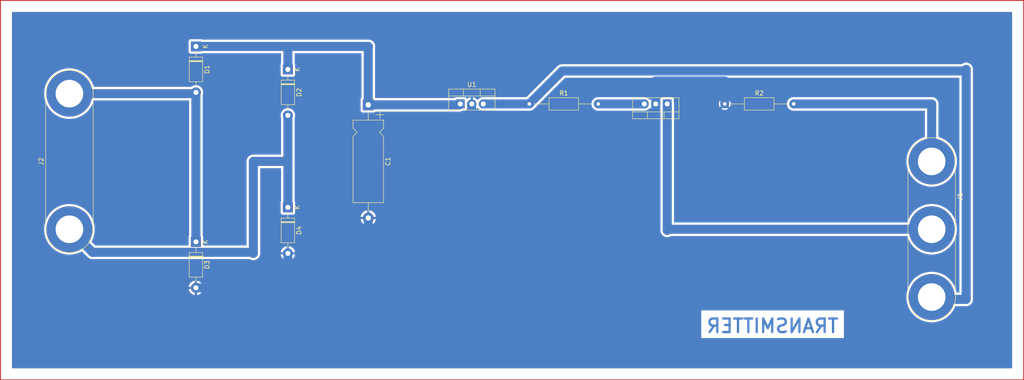
<source format=kicad_pcb>
(kicad_pcb (version 20221018) (generator pcbnew)
  (layers (0 "F.Cu" signal) (31 "B.Cu" signal) (34 "B.Paste" user) (35 "F.Paste" user) (36 "B.SilkS" user "B.Silkscreen") (37 "F.SilkS" user "F.Silkscreen") (38 "B.Mask" user) (39 "F.Mask" user) (44 "Edge.Cuts" user))
  (net 0 "")
  (net 1 "Net-(D1-K)")
  (net 2 "Net-(D1-A)")
  (net 3 "Net-(D2-A)")
  (net 4 "GND")
  (net 5 "Net-(J1-Pin_2)")
  (net 6 "Net-(Q1-S)")
  (net 7 "Net-(J1-Pin_3)")
  (net 8 "Net-(J1-Pin_1)")
  (footprint "Package_TO_SOT_THT:TO-220-3_Vertical" (layer "F.Cu") (at 116.84 101.6)
    (fp_text reference "U1" (at 2.54 -4.27) (layer "F.SilkS"))
    (fp_text value "LM7809_TO220")
    (fp_line (start -2.58 -3.27) (end -2.58 1.371) (stroke (width 0.12)) (layer "F.SilkS"))
    (fp_line (start -2.58 -3.27) (end 7.66 -3.27) (stroke (width 0.12)) (layer "F.SilkS"))
    (fp_line (start -2.58 -1.76) (end 7.66 -1.76) (stroke (width 0.12)) (layer "F.SilkS"))
    (fp_line (start -2.58 1.371) (end 7.66 1.371) (stroke (width 0.12)) (layer "F.SilkS"))
    (fp_line (start 0.69 -3.27) (end 0.69 -1.76) (stroke (width 0.12)) (layer "F.SilkS"))
    (fp_line (start 4.391 -3.27) (end 4.391 -1.76) (stroke (width 0.12)) (layer "F.SilkS"))
    (fp_line (start 7.66 -3.27) (end 7.66 1.371) (stroke (width 0.12)) (layer "F.SilkS"))
    (pad "1" thru_hole rect (at 0 0) (size 1.905 2) (drill 1.1) (layers "*.Cu" "*.Mask") (net 1 "Net-(D1-K)"))
    (pad "2" thru_hole oval (at 2.54 0) (size 1.905 2) (drill 1.1) (layers "*.Cu" "*.Mask") (net 4 "GND"))
    (pad "3" thru_hole oval (at 5.08 0) (size 1.905 2) (drill 1.1) (layers "*.Cu" "*.Mask") (net 7 "Net-(J1-Pin_3)"))
  )
  (footprint "Diode_THT:D_DO-41_SOD81_P10.16mm_Horizontal" (layer "F.Cu") (at 58.42 132.08 -90)
    (fp_text reference "D3" (at 5.08 -2.47 90) (layer "F.SilkS"))
    (fp_text value "1N47xxA")
    (fp_text user "K" (at 0 -2.1 90) (layer "F.SilkS"))
    (fp_line (start 1.34 0) (end 2.36 0) (stroke (width 0.12)) (layer "F.SilkS"))
    (fp_line (start 2.36 -1.47) (end 2.36 1.47) (stroke (width 0.12)) (layer "F.SilkS"))
    (fp_line (start 2.36 1.47) (end 7.8 1.47) (stroke (width 0.12)) (layer "F.SilkS"))
    (fp_line (start 3.14 -1.47) (end 3.14 1.47) (stroke (width 0.12)) (layer "F.SilkS"))
    (fp_line (start 3.26 -1.47) (end 3.26 1.47) (stroke (width 0.12)) (layer "F.SilkS"))
    (fp_line (start 3.38 -1.47) (end 3.38 1.47) (stroke (width 0.12)) (layer "F.SilkS"))
    (fp_line (start 7.8 -1.47) (end 2.36 -1.47) (stroke (width 0.12)) (layer "F.SilkS"))
    (fp_line (start 7.8 1.47) (end 7.8 -1.47) (stroke (width 0.12)) (layer "F.SilkS"))
    (fp_line (start 8.82 0) (end 7.8 0) (stroke (width 0.12)) (layer "F.SilkS"))
    (pad "1" thru_hole rect (at 0 0 270) (size 2.2 2.2) (drill 1.1) (layers "*.Cu" "*.Mask") (net 2 "Net-(D1-A)"))
    (pad "2" thru_hole oval (at 10.16 0 270) (size 2.2 2.2) (drill 1.1) (layers "*.Cu" "*.Mask") (net 4 "GND"))
  )
  (footprint "Diode_THT:D_DO-41_SOD81_P10.16mm_Horizontal" (layer "F.Cu") (at 78.74 124.46 -90)
    (fp_text reference "D4" (at 5.08 -2.47 90) (layer "F.SilkS"))
    (fp_text value "1N47xxA")
    (fp_text user "K" (at 0 -2.1 90) (layer "F.SilkS"))
    (fp_line (start 1.34 0) (end 2.36 0) (stroke (width 0.12)) (layer "F.SilkS"))
    (fp_line (start 2.36 -1.47) (end 2.36 1.47) (stroke (width 0.12)) (layer "F.SilkS"))
    (fp_line (start 2.36 1.47) (end 7.8 1.47) (stroke (width 0.12)) (layer "F.SilkS"))
    (fp_line (start 3.14 -1.47) (end 3.14 1.47) (stroke (width 0.12)) (layer "F.SilkS"))
    (fp_line (start 3.26 -1.47) (end 3.26 1.47) (stroke (width 0.12)) (layer "F.SilkS"))
    (fp_line (start 3.38 -1.47) (end 3.38 1.47) (stroke (width 0.12)) (layer "F.SilkS"))
    (fp_line (start 7.8 -1.47) (end 2.36 -1.47) (stroke (width 0.12)) (layer "F.SilkS"))
    (fp_line (start 7.8 1.47) (end 7.8 -1.47) (stroke (width 0.12)) (layer "F.SilkS"))
    (fp_line (start 8.82 0) (end 7.8 0) (stroke (width 0.12)) (layer "F.SilkS"))
    (pad "1" thru_hole rect (at 0 0 270) (size 2.2 2.2) (drill 1.1) (layers "*.Cu" "*.Mask") (net 3 "Net-(D2-A)"))
    (pad "2" thru_hole oval (at 10.16 0 270) (size 2.2 2.2) (drill 1.1) (layers "*.Cu" "*.Mask") (net 4 "GND"))
  )
  (footprint "Resistor_THT:R_Axial_DIN0207_L6.3mm_D2.5mm_P15.24mm_Horizontal" (layer "F.Cu") (at 175.26 101.6)
    (fp_text reference "R2" (at 7.62 -2.37) (layer "F.SilkS"))
    (fp_text value "R")
    (fp_line (start 1.04 0) (end 4.35 0) (stroke (width 0.12)) (layer "F.SilkS"))
    (fp_line (start 4.35 -1.37) (end 4.35 1.37) (stroke (width 0.12)) (layer "F.SilkS"))
    (fp_line (start 4.35 1.37) (end 10.89 1.37) (stroke (width 0.12)) (layer "F.SilkS"))
    (fp_line (start 10.89 -1.37) (end 4.35 -1.37) (stroke (width 0.12)) (layer "F.SilkS"))
    (fp_line (start 10.89 1.37) (end 10.89 -1.37) (stroke (width 0.12)) (layer "F.SilkS"))
    (fp_line (start 14.2 0) (end 10.89 0) (stroke (width 0.12)) (layer "F.SilkS"))
    (pad "1" thru_hole circle (at 0 0) (size 1.6 1.6) (drill 0.8) (layers "*.Cu" "*.Mask") (net 4 "GND"))
    (pad "2" thru_hole oval (at 15.24 0) (size 1.6 1.6) (drill 0.8) (layers "*.Cu" "*.Mask") (net 8 "Net-(J1-Pin_1)"))
  )
  (footprint "Connector:Banana_Jack_3Pin" (layer "F.Cu") (at 220.98 114.3 -90)
    (fp_text reference "J1" (at 7.75 -6.25 90) (layer "F.SilkS"))
    (fp_text value "Conn_01x03_Socket")
    (fp_line (start 0 5.25) (end 30 5.25) (stroke (width 0.12)) (layer "F.SilkS"))
    (fp_line (start 30 -5.25) (end 0 -5.25) (stroke (width 0.12)) (layer "F.SilkS"))
    (fp_arc (start 0 5.25) (mid -5.25 0) (end 0 -5.25) (stroke (width 0.12)) (layer "F.SilkS"))
    (fp_arc (start 30 -5.25) (mid 35.25 0) (end 30 5.25) (stroke (width 0.12)) (layer "F.SilkS"))
    (pad "1" thru_hole circle (at 0 0 270) (size 10.16 10.16) (drill 6.1) (layers "*.Cu" "*.Mask") (net 8 "Net-(J1-Pin_1)"))
    (pad "2" thru_hole circle (at 14.99 0 270) (size 10.16 10.16) (drill 6.1) (layers "*.Cu" "*.Mask") (net 5 "Net-(J1-Pin_2)"))
    (pad "3" thru_hole circle (at 29.97 0 270) (size 10.16 10.16) (drill 6.1) (layers "*.Cu" "*.Mask") (net 7 "Net-(J1-Pin_3)"))
  )
  (footprint "Resistor_THT:R_Axial_DIN0207_L6.3mm_D2.5mm_P15.24mm_Horizontal" (layer "F.Cu") (at 132.08 101.6)
    (fp_text reference "R1" (at 7.62 -2.37) (layer "F.SilkS"))
    (fp_text value "R")
    (fp_line (start 1.04 0) (end 4.35 0) (stroke (width 0.12)) (layer "F.SilkS"))
    (fp_line (start 4.35 -1.37) (end 4.35 1.37) (stroke (width 0.12)) (layer "F.SilkS"))
    (fp_line (start 4.35 1.37) (end 10.89 1.37) (stroke (width 0.12)) (layer "F.SilkS"))
    (fp_line (start 10.89 -1.37) (end 4.35 -1.37) (stroke (width 0.12)) (layer "F.SilkS"))
    (fp_line (start 10.89 1.37) (end 10.89 -1.37) (stroke (width 0.12)) (layer "F.SilkS"))
    (fp_line (start 14.2 0) (end 10.89 0) (stroke (width 0.12)) (layer "F.SilkS"))
    (pad "1" thru_hole circle (at 0 0) (size 1.6 1.6) (drill 0.8) (layers "*.Cu" "*.Mask") (net 7 "Net-(J1-Pin_3)"))
    (pad "2" thru_hole oval (at 15.24 0) (size 1.6 1.6) (drill 0.8) (layers "*.Cu" "*.Mask") (net 6 "Net-(Q1-S)"))
  )
  (footprint "Diode_THT:D_DO-41_SOD81_P10.16mm_Horizontal" (layer "F.Cu") (at 78.74 93.98 -90)
    (fp_text reference "D2" (at 5.08 -2.47 90) (layer "F.SilkS"))
    (fp_text value "1N47xxA")
    (fp_text user "K" (at 0 -2.1 90) (layer "F.SilkS"))
    (fp_line (start 1.34 0) (end 2.36 0) (stroke (width 0.12)) (layer "F.SilkS"))
    (fp_line (start 2.36 -1.47) (end 2.36 1.47) (stroke (width 0.12)) (layer "F.SilkS"))
    (fp_line (start 2.36 1.47) (end 7.8 1.47) (stroke (width 0.12)) (layer "F.SilkS"))
    (fp_line (start 3.14 -1.47) (end 3.14 1.47) (stroke (width 0.12)) (layer "F.SilkS"))
    (fp_line (start 3.26 -1.47) (end 3.26 1.47) (stroke (width 0.12)) (layer "F.SilkS"))
    (fp_line (start 3.38 -1.47) (end 3.38 1.47) (stroke (width 0.12)) (layer "F.SilkS"))
    (fp_line (start 7.8 -1.47) (end 2.36 -1.47) (stroke (width 0.12)) (layer "F.SilkS"))
    (fp_line (start 7.8 1.47) (end 7.8 -1.47) (stroke (width 0.12)) (layer "F.SilkS"))
    (fp_line (start 8.82 0) (end 7.8 0) (stroke (width 0.12)) (layer "F.SilkS"))
    (pad "1" thru_hole rect (at 0 0 270) (size 2.2 2.2) (drill 1.1) (layers "*.Cu" "*.Mask") (net 1 "Net-(D1-K)"))
    (pad "2" thru_hole oval (at 10.16 0 270) (size 2.2 2.2) (drill 1.1) (layers "*.Cu" "*.Mask") (net 3 "Net-(D2-A)"))
  )
  (footprint "Capacitor_THT:CP_Axial_L18.0mm_D6.5mm_P25.00mm_Horizontal" (layer "F.Cu") (at 96.5025 101.8 -90)
    (fp_text reference "C1" (at 12.5 -4.37 90) (layer "F.SilkS"))
    (fp_text value "C")
    (fp_line (start 1.28 -2.6) (end 3.08 -2.6) (stroke (width 0.12)) (layer "F.SilkS"))
    (fp_line (start 1.44 0) (end 3.38 0) (stroke (width 0.12)) (layer "F.SilkS"))
    (fp_line (start 2.18 -3.5) (end 2.18 -1.7) (stroke (width 0.12)) (layer "F.SilkS"))
    (fp_line (start 3.38 -3.37) (end 3.38 3.37) (stroke (width 0.12)) (layer "F.SilkS"))
    (fp_line (start 3.38 -3.37) (end 5.18 -3.37) (stroke (width 0.12)) (layer "F.SilkS"))
    (fp_line (start 3.38 3.37) (end 5.18 3.37) (stroke (width 0.12)) (layer "F.SilkS"))
    (fp_line (start 5.18 -3.37) (end 6.08 -2.47) (stroke (width 0.12)) (layer "F.SilkS"))
    (fp_line (start 5.18 3.37) (end 6.08 2.47) (stroke (width 0.12)) (layer "F.SilkS"))
    (fp_line (start 6.08 -2.47) (end 6.98 -3.37) (stroke (width 0.12)) (layer "F.SilkS"))
    (fp_line (start 6.08 2.47) (end 6.98 3.37) (stroke (width 0.12)) (layer "F.SilkS"))
    (fp_line (start 6.98 -3.37) (end 21.62 -3.37) (stroke (width 0.12)) (layer "F.SilkS"))
    (fp_line (start 6.98 3.37) (end 21.62 3.37) (stroke (width 0.12)) (layer "F.SilkS"))
    (fp_line (start 21.62 -3.37) (end 21.62 3.37) (stroke (width 0.12)) (layer "F.SilkS"))
    (fp_line (start 23.56 0) (end 21.62 0) (stroke (width 0.12)) (layer "F.SilkS"))
    (pad "1" thru_hole rect (at 0 0 270) (size 2.4 2.4) (drill 1.2) (layers "*.Cu" "*.Mask") (net 1 "Net-(D1-K)"))
    (pad "2" thru_hole oval (at 25 0 270) (size 2.4 2.4) (drill 1.2) (layers "*.Cu" "*.Mask") (net 4 "GND"))
  )
  (footprint "Connector:Banana_Jack_2Pin" (layer "F.Cu") (at 30.48 129.3 90)
    (fp_text reference "J2" (at 14.985 -6.24 90) (layer "F.SilkS"))
    (fp_text value "Conn_01x02_Socket")
    (fp_line (start 0 5.25) (end 30 5.25) (stroke (width 0.12)) (layer "F.SilkS"))
    (fp_line (start 30 -5.25) (end 0 -5.25) (stroke (width 0.12)) (layer "F.SilkS"))
    (fp_arc (start 0 5.25) (mid -5.25 0) (end 0 -5.25) (stroke (width 0.12)) (layer "F.SilkS"))
    (fp_arc (start 30 -5.25) (mid 35.25 0) (end 30 5.25) (stroke (width 0.12)) (layer "F.SilkS"))
    (pad "1" thru_hole circle (at 0 0 90) (size 10.16 10.16) (drill 6.1) (layers "*.Cu" "*.Mask") (net 3 "Net-(D2-A)"))
    (pad "2" thru_hole circle (at 29.97 0 90) (size 10.16 10.16) (drill 6.1) (layers "*.Cu" "*.Mask") (net 2 "Net-(D1-A)"))
  )
  (footprint "Package_TO_SOT_THT:TO-220-3_Vertical" (layer "F.Cu") (at 162.56 101.6 180)
    (fp_text reference "Q1" hide)
    (fp_text value "IRLZ44N")
    (fp_line (start -2.58 -3.27) (end -2.58 1.371) (stroke (width 0.12)) (layer "F.SilkS"))
    (fp_line (start -2.58 -3.27) (end 7.66 -3.27) (stroke (width 0.12)) (layer "F.SilkS"))
    (fp_line (start -2.58 -1.76) (end 7.66 -1.76) (stroke (width 0.12)) (layer "F.SilkS"))
    (fp_line (start -2.58 1.371) (end 7.66 1.371) (stroke (width 0.12)) (layer "F.SilkS"))
    (fp_line (start 0.69 -3.27) (end 0.69 -1.76) (stroke (width 0.12)) (layer "F.SilkS"))
    (fp_line (start 4.391 -3.27) (end 4.391 -1.76) (stroke (width 0.12)) (layer "F.SilkS"))
    (fp_line (start 7.66 -3.27) (end 7.66 1.371) (stroke (width 0.12)) (layer "F.SilkS"))
    (pad "1" thru_hole rect (at 0 0 180) (size 1.905 2) (drill 1.1) (layers "*.Cu" "*.Mask") (net 5 "Net-(J1-Pin_2)"))
    (pad "2" thru_hole oval (at 2.54 0 180) (size 1.905 2) (drill 1.1) (layers "*.Cu" "*.Mask") (net 4 "GND"))
    (pad "3" thru_hole oval (at 5.08 0 180) (size 1.905 2) (drill 1.1) (layers "*.Cu" "*.Mask") (net 6 "Net-(Q1-S)"))
  )
  (footprint "Diode_THT:D_DO-41_SOD81_P10.16mm_Horizontal" (layer "F.Cu") (at 58.42 88.9 -90)
    (fp_text reference "D1" (at 5.08 -2.47 90) (layer "F.SilkS"))
    (fp_text value "1N47xxA")
    (fp_text user "K" (at 0 -2.1 90) (layer "F.SilkS"))
    (fp_line (start 1.34 0) (end 2.36 0) (stroke (width 0.12)) (layer "F.SilkS"))
    (fp_line (start 2.36 -1.47) (end 2.36 1.47) (stroke (width 0.12)) (layer "F.SilkS"))
    (fp_line (start 2.36 1.47) (end 7.8 1.47) (stroke (width 0.12)) (layer "F.SilkS"))
    (fp_line (start 3.14 -1.47) (end 3.14 1.47) (stroke (width 0.12)) (layer "F.SilkS"))
    (fp_line (start 3.26 -1.47) (end 3.26 1.47) (stroke (width 0.12)) (layer "F.SilkS"))
    (fp_line (start 3.38 -1.47) (end 3.38 1.47) (stroke (width 0.12)) (layer "F.SilkS"))
    (fp_line (start 7.8 -1.47) (end 2.36 -1.47) (stroke (width 0.12)) (layer "F.SilkS"))
    (fp_line (start 7.8 1.47) (end 7.8 -1.47) (stroke (width 0.12)) (layer "F.SilkS"))
    (fp_line (start 8.82 0) (end 7.8 0) (stroke (width 0.12)) (layer "F.SilkS"))
    (pad "1" thru_hole rect (at 0 0 270) (size 2.2 2.2) (drill 1.1) (layers "*.Cu" "*.Mask") (net 1 "Net-(D1-K)"))
    (pad "2" thru_hole oval (at 10.16 0 270) (size 2.2 2.2) (drill 1.1) (layers "*.Cu" "*.Mask") (net 2 "Net-(D1-A)"))
  )
  (gr_line (start 241.3 162.56) (end 15.24 162.56) (stroke (width 0.2)) (layer "F.Cu"))
  (gr_line (start 15.24 162.56) (end 15.24 78.74) (stroke (width 0.2)) (layer "F.Cu"))
  (gr_line (start 17.78 78.74) (end 241.3 78.74) (stroke (width 0.2)) (layer "F.Cu"))
  (gr_line (start 58.42 99.06) (end 58.42 104.14) (stroke (width 0.2)) (layer "F.Cu"))
  (gr_line (start 17.78 78.74) (end 15.24 78.74) (stroke (width 0.2)) (layer "F.Cu"))
  (gr_line (start 241.3 78.74) (end 241.3 162.56) (stroke (width 0.2)) (layer "F.Cu"))
  (gr_text "TRANSMITTER" (at 200.66 152.4) (layer "B.Cu") (effects (font (size 3 3) (thickness 0.5) bold) (justify left bottom mirror)))
  (segment (start 96.52 88.9) (end 78.74 88.9) (width 2) (layer "B.Cu") (net 1))
  (segment (start 96.5025 88.9175) (end 96.52 88.9) (width 2) (layer "B.Cu") (net 1))
  (segment (start 58.42 88.9) (end 78.74 88.9) (width 2) (layer "B.Cu") (net 1))
  (segment (start 78.74 88.9) (end 78.74 93.98) (width 2) (layer "B.Cu") (net 1))
  (segment (start 96.5025 101.8) (end 96.5025 88.9175) (width 2) (layer "B.Cu") (net 1))
  (segment (start 116.64 101.8) (end 116.84 101.6) (width 2) (layer "B.Cu") (net 1))
  (segment (start 96.5025 101.8) (end 116.64 101.8) (width 2) (layer "B.Cu") (net 1))
  (segment (start 58.15 99.33) (end 58.42 99.06) (width 2) (layer "B.Cu") (net 2))
  (segment (start 58.42 99.06) (end 58.42 132.08) (width 2) (layer "B.Cu") (net 2))
  (segment (start 30.48 99.33) (end 58.15 99.33) (width 2) (layer "B.Cu") (net 2))
  (segment (start 35.56 134.38) (end 70.88 134.38) (width 2) (layer "B.Cu") (net 3))
  (segment (start 78.74 114.3) (end 78.74 124.46) (width 2) (layer "B.Cu") (net 3))
  (segment (start 71.12 114.3) (end 78.74 114.3) (width 2) (layer "B.Cu") (net 3))
  (segment (start 78.74 104.14) (end 78.74 114.3) (width 2) (layer "B.Cu") (net 3))
  (segment (start 71.12 134.62) (end 71.12 114.3) (width 2) (layer "B.Cu") (net 3))
  (segment (start 30.48 129.3) (end 35.56 134.38) (width 2) (layer "B.Cu") (net 3))
  (segment (start 70.88 134.38) (end 71.12 134.62) (width 2) (layer "B.Cu") (net 3))
  (segment (start 160.02 101.6) (end 160.02 142.24) (width 2) (layer "B.Cu") (net 4))
  (segment (start 160.02 101.6) (end 160.02 96.52) (width 2) (layer "B.Cu") (net 4))
  (segment (start 96.52 142.24) (end 78.74 142.24) (width 2) (layer "B.Cu") (net 4))
  (segment (start 160.02 96.52) (end 175.26 96.52) (width 2) (layer "B.Cu") (net 4))
  (segment (start 78.74 134.62) (end 78.74 142.24) (width 2) (layer "B.Cu") (net 4))
  (segment (start 119.38 101.6) (end 119.3325 101.6475) (width 2) (layer "B.Cu") (net 4))
  (segment (start 160.02 142.24) (end 119.38 142.24) (width 2) (layer "B.Cu") (net 4))
  (segment (start 119.38 142.24) (end 119.3325 142.1925) (width 2) (layer "B.Cu") (net 4))
  (segment (start 119.3325 101.6475) (end 119.3325 142.1925) (width 2) (layer "B.Cu") (net 4))
  (segment (start 119.38 142.24) (end 96.52 142.24) (width 2) (layer "B.Cu") (net 4))
  (segment (start 58.42 142.24) (end 78.74 142.24) (width 2) (layer "B.Cu") (net 4))
  (segment (start 96.52 142.24) (end 96.5025 142.2225) (width 2) (layer "B.Cu") (net 4))
  (segment (start 175.26 96.52) (end 175.26 101.6) (width 2) (layer "B.Cu") (net 4))
  (segment (start 96.5025 126.8) (end 96.5025 142.2225) (width 2) (layer "B.Cu") (net 4))
  (segment (start 162.56 129.54) (end 162.81 129.29) (width 2) (layer "B.Cu") (net 5))
  (segment (start 162.81 129.29) (end 220.98 129.29) (width 2) (layer "B.Cu") (net 5))
  (segment (start 162.56 101.6) (end 162.56 129.54) (width 2) (layer "B.Cu") (net 5))
  (segment (start 147.32 101.6) (end 157.48 101.6) (width 2) (layer "B.Cu") (net 6))
  (segment (start 139.36 94.32) (end 228.26 94.32) (width 2) (layer "B.Cu") (net 7))
  (segment (start 228.26 94.32) (end 228.6 93.98) (width 2) (layer "B.Cu") (net 7))
  (segment (start 132.08 101.6) (end 139.36 94.32) (width 2) (layer "B.Cu") (net 7))
  (segment (start 228.6 93.98) (end 228.6 144.78) (width 2) (layer "B.Cu") (net 7))
  (segment (start 221.49 144.78) (end 220.98 144.27) (width 2) (layer "B.Cu") (net 7))
  (segment (start 228.6 144.78) (end 221.49 144.78) (width 2) (layer "B.Cu") (net 7))
  (segment (start 121.92 101.6) (end 132.08 101.6) (width 2) (layer "B.Cu") (net 7))
  (segment (start 220.98 101.6) (end 220.98 114.3) (width 2) (layer "B.Cu") (net 8))
  (segment (start 190.5 101.6) (end 220.98 101.6) (width 2) (layer "B.Cu") (net 8))
  (zone (net 4) (net_name "GND") (layer "B.Cu") (connect_pads (clearance 0.5)) (min_thickness 0.25) (fill yes (thermal_gap 0.5) (thermal_bridge_width 0.5))
    (polygon (pts (xy 17.78 81.28) (xy 17.78 160.02) (xy 238.76 160.02) (xy 238.76 81.28) (xy 15.24 81.28)))
  )
)
</source>
